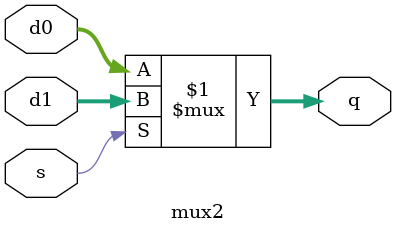
<source format=sv>

module mux2 #(parameter WIDTH=32) (
    input               s,
    input [WIDTH-1:0]   d0, d1,
    output [WIDTH-1:0]  q
);

assign q = s ? d1 : d0;

endmodule
</source>
